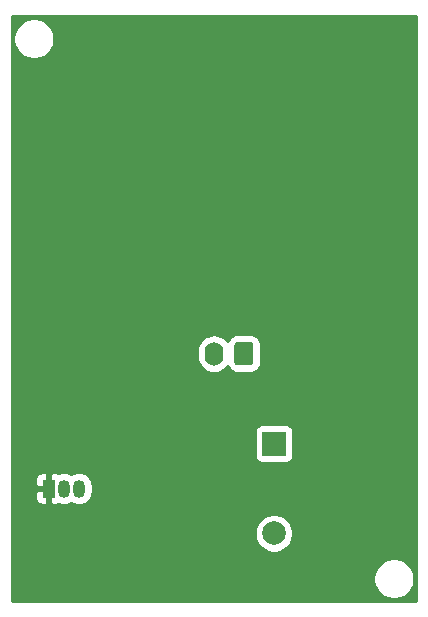
<source format=gbr>
%TF.GenerationSoftware,KiCad,Pcbnew,(5.1.7)-1*%
%TF.CreationDate,2020-12-06T23:53:20-03:00*%
%TF.ProjectId,PrimerProyecto,5072696d-6572-4507-926f-796563746f2e,rev?*%
%TF.SameCoordinates,Original*%
%TF.FileFunction,Copper,L2,Bot*%
%TF.FilePolarity,Positive*%
%FSLAX46Y46*%
G04 Gerber Fmt 4.6, Leading zero omitted, Abs format (unit mm)*
G04 Created by KiCad (PCBNEW (5.1.7)-1) date 2020-12-06 23:53:20*
%MOMM*%
%LPD*%
G01*
G04 APERTURE LIST*
%TA.AperFunction,ComponentPad*%
%ADD10O,1.050000X1.500000*%
%TD*%
%TA.AperFunction,ComponentPad*%
%ADD11R,1.050000X1.500000*%
%TD*%
%TA.AperFunction,ComponentPad*%
%ADD12R,2.000000X2.000000*%
%TD*%
%TA.AperFunction,ComponentPad*%
%ADD13C,2.000000*%
%TD*%
%TA.AperFunction,ComponentPad*%
%ADD14O,1.600000X2.000000*%
%TD*%
%TA.AperFunction,Conductor*%
%ADD15C,0.254000*%
%TD*%
%TA.AperFunction,Conductor*%
%ADD16C,0.100000*%
%TD*%
G04 APERTURE END LIST*
D10*
%TO.P,Q2,2*%
%TO.N,Net-(Q1-Pad2)*%
X115570000Y-100330000D03*
%TO.P,Q2,3*%
%TO.N,Net-(BZ1-Pad2)*%
X116840000Y-100330000D03*
D11*
%TO.P,Q2,1*%
%TO.N,Net-(BT1-Pad2)*%
X114300000Y-100330000D03*
%TD*%
D12*
%TO.P,BZ1,1*%
%TO.N,Net-(BT1-Pad1)*%
X133350000Y-96520000D03*
D13*
%TO.P,BZ1,2*%
%TO.N,Net-(BZ1-Pad2)*%
X133350000Y-104120000D03*
%TD*%
D14*
%TO.P,Q1,2*%
%TO.N,Net-(Q1-Pad2)*%
X128270000Y-88900000D03*
%TO.P,Q1,1*%
%TO.N,Net-(BT1-Pad1)*%
%TA.AperFunction,ComponentPad*%
G36*
G01*
X130259600Y-87900000D02*
X131360400Y-87900000D01*
G75*
G02*
X131610000Y-88149600I0J-249600D01*
G01*
X131610000Y-89650400D01*
G75*
G02*
X131360400Y-89900000I-249600J0D01*
G01*
X130259600Y-89900000D01*
G75*
G02*
X130010000Y-89650400I0J249600D01*
G01*
X130010000Y-88149600D01*
G75*
G02*
X130259600Y-87900000I249600J0D01*
G01*
G37*
%TD.AperFunction*%
%TD*%
D15*
%TO.N,Net-(BT1-Pad2)*%
X145390001Y-109830000D02*
X111150000Y-109830000D01*
X111150000Y-107779117D01*
X141775000Y-107779117D01*
X141775000Y-108120883D01*
X141841675Y-108456081D01*
X141972463Y-108771831D01*
X142162337Y-109055998D01*
X142404002Y-109297663D01*
X142688169Y-109487537D01*
X143003919Y-109618325D01*
X143339117Y-109685000D01*
X143680883Y-109685000D01*
X144016081Y-109618325D01*
X144331831Y-109487537D01*
X144615998Y-109297663D01*
X144857663Y-109055998D01*
X145047537Y-108771831D01*
X145178325Y-108456081D01*
X145245000Y-108120883D01*
X145245000Y-107779117D01*
X145178325Y-107443919D01*
X145047537Y-107128169D01*
X144857663Y-106844002D01*
X144615998Y-106602337D01*
X144331831Y-106412463D01*
X144016081Y-106281675D01*
X143680883Y-106215000D01*
X143339117Y-106215000D01*
X143003919Y-106281675D01*
X142688169Y-106412463D01*
X142404002Y-106602337D01*
X142162337Y-106844002D01*
X141972463Y-107128169D01*
X141841675Y-107443919D01*
X141775000Y-107779117D01*
X111150000Y-107779117D01*
X111150000Y-103958967D01*
X131715000Y-103958967D01*
X131715000Y-104281033D01*
X131777832Y-104596912D01*
X131901082Y-104894463D01*
X132080013Y-105162252D01*
X132307748Y-105389987D01*
X132575537Y-105568918D01*
X132873088Y-105692168D01*
X133188967Y-105755000D01*
X133511033Y-105755000D01*
X133826912Y-105692168D01*
X134124463Y-105568918D01*
X134392252Y-105389987D01*
X134619987Y-105162252D01*
X134798918Y-104894463D01*
X134922168Y-104596912D01*
X134985000Y-104281033D01*
X134985000Y-103958967D01*
X134922168Y-103643088D01*
X134798918Y-103345537D01*
X134619987Y-103077748D01*
X134392252Y-102850013D01*
X134124463Y-102671082D01*
X133826912Y-102547832D01*
X133511033Y-102485000D01*
X133188967Y-102485000D01*
X132873088Y-102547832D01*
X132575537Y-102671082D01*
X132307748Y-102850013D01*
X132080013Y-103077748D01*
X131901082Y-103345537D01*
X131777832Y-103643088D01*
X131715000Y-103958967D01*
X111150000Y-103958967D01*
X111150000Y-101080000D01*
X113136928Y-101080000D01*
X113149188Y-101204482D01*
X113185498Y-101324180D01*
X113244463Y-101434494D01*
X113323815Y-101531185D01*
X113420506Y-101610537D01*
X113530820Y-101669502D01*
X113650518Y-101705812D01*
X113775000Y-101718072D01*
X114014250Y-101715000D01*
X114173000Y-101556250D01*
X114173000Y-100457000D01*
X113298750Y-100457000D01*
X113140000Y-100615750D01*
X113136928Y-101080000D01*
X111150000Y-101080000D01*
X111150000Y-99580000D01*
X113136928Y-99580000D01*
X113140000Y-100044250D01*
X113298750Y-100203000D01*
X114173000Y-100203000D01*
X114173000Y-100048022D01*
X114410000Y-100048022D01*
X114410000Y-100611979D01*
X114426785Y-100782400D01*
X114427000Y-100783109D01*
X114427000Y-101556250D01*
X114585750Y-101715000D01*
X114825000Y-101718072D01*
X114949482Y-101705812D01*
X115069180Y-101669502D01*
X115133902Y-101634907D01*
X115342601Y-101698215D01*
X115570000Y-101720612D01*
X115797400Y-101698215D01*
X116016060Y-101631885D01*
X116205000Y-101530894D01*
X116393941Y-101631885D01*
X116612601Y-101698215D01*
X116840000Y-101720612D01*
X117067400Y-101698215D01*
X117286060Y-101631885D01*
X117487579Y-101524171D01*
X117664212Y-101379212D01*
X117809171Y-101202579D01*
X117916885Y-101001059D01*
X117983215Y-100782399D01*
X118000000Y-100611978D01*
X118000000Y-100048021D01*
X117983215Y-99877600D01*
X117916885Y-99658940D01*
X117809171Y-99457421D01*
X117664212Y-99280788D01*
X117487578Y-99135829D01*
X117286059Y-99028115D01*
X117067399Y-98961785D01*
X116840000Y-98939388D01*
X116612600Y-98961785D01*
X116393940Y-99028115D01*
X116205000Y-99129106D01*
X116016059Y-99028115D01*
X115797399Y-98961785D01*
X115570000Y-98939388D01*
X115342600Y-98961785D01*
X115133902Y-99025093D01*
X115069180Y-98990498D01*
X114949482Y-98954188D01*
X114825000Y-98941928D01*
X114585750Y-98945000D01*
X114427000Y-99103750D01*
X114427000Y-99876892D01*
X114426785Y-99877601D01*
X114410000Y-100048022D01*
X114173000Y-100048022D01*
X114173000Y-99103750D01*
X114014250Y-98945000D01*
X113775000Y-98941928D01*
X113650518Y-98954188D01*
X113530820Y-98990498D01*
X113420506Y-99049463D01*
X113323815Y-99128815D01*
X113244463Y-99225506D01*
X113185498Y-99335820D01*
X113149188Y-99455518D01*
X113136928Y-99580000D01*
X111150000Y-99580000D01*
X111150000Y-95520000D01*
X131711928Y-95520000D01*
X131711928Y-97520000D01*
X131724188Y-97644482D01*
X131760498Y-97764180D01*
X131819463Y-97874494D01*
X131898815Y-97971185D01*
X131995506Y-98050537D01*
X132105820Y-98109502D01*
X132225518Y-98145812D01*
X132350000Y-98158072D01*
X134350000Y-98158072D01*
X134474482Y-98145812D01*
X134594180Y-98109502D01*
X134704494Y-98050537D01*
X134801185Y-97971185D01*
X134880537Y-97874494D01*
X134939502Y-97764180D01*
X134975812Y-97644482D01*
X134988072Y-97520000D01*
X134988072Y-95520000D01*
X134975812Y-95395518D01*
X134939502Y-95275820D01*
X134880537Y-95165506D01*
X134801185Y-95068815D01*
X134704494Y-94989463D01*
X134594180Y-94930498D01*
X134474482Y-94894188D01*
X134350000Y-94881928D01*
X132350000Y-94881928D01*
X132225518Y-94894188D01*
X132105820Y-94930498D01*
X131995506Y-94989463D01*
X131898815Y-95068815D01*
X131819463Y-95165506D01*
X131760498Y-95275820D01*
X131724188Y-95395518D01*
X131711928Y-95520000D01*
X111150000Y-95520000D01*
X111150000Y-88629508D01*
X126835000Y-88629508D01*
X126835000Y-89170491D01*
X126855764Y-89381308D01*
X126937818Y-89651807D01*
X127071068Y-89901100D01*
X127250392Y-90119607D01*
X127468899Y-90298932D01*
X127718192Y-90432182D01*
X127988691Y-90514236D01*
X128270000Y-90541943D01*
X128551308Y-90514236D01*
X128821807Y-90432182D01*
X129071100Y-90298932D01*
X129289607Y-90119608D01*
X129427730Y-89951305D01*
X129439498Y-89990097D01*
X129521528Y-90143564D01*
X129631921Y-90278079D01*
X129766436Y-90388472D01*
X129919903Y-90470502D01*
X130086424Y-90521016D01*
X130259600Y-90538072D01*
X131360400Y-90538072D01*
X131533576Y-90521016D01*
X131700097Y-90470502D01*
X131853564Y-90388472D01*
X131988079Y-90278079D01*
X132098472Y-90143564D01*
X132180502Y-89990097D01*
X132231016Y-89823576D01*
X132248072Y-89650400D01*
X132248072Y-88149600D01*
X132231016Y-87976424D01*
X132180502Y-87809903D01*
X132098472Y-87656436D01*
X131988079Y-87521921D01*
X131853564Y-87411528D01*
X131700097Y-87329498D01*
X131533576Y-87278984D01*
X131360400Y-87261928D01*
X130259600Y-87261928D01*
X130086424Y-87278984D01*
X129919903Y-87329498D01*
X129766436Y-87411528D01*
X129631921Y-87521921D01*
X129521528Y-87656436D01*
X129439498Y-87809903D01*
X129427731Y-87848695D01*
X129289608Y-87680392D01*
X129071101Y-87501068D01*
X128821808Y-87367818D01*
X128551309Y-87285764D01*
X128270000Y-87258057D01*
X127988692Y-87285764D01*
X127718193Y-87367818D01*
X127468900Y-87501068D01*
X127250393Y-87680392D01*
X127071068Y-87898899D01*
X126937818Y-88148192D01*
X126855764Y-88418691D01*
X126835000Y-88629508D01*
X111150000Y-88629508D01*
X111150000Y-62059117D01*
X111295000Y-62059117D01*
X111295000Y-62400883D01*
X111361675Y-62736081D01*
X111492463Y-63051831D01*
X111682337Y-63335998D01*
X111924002Y-63577663D01*
X112208169Y-63767537D01*
X112523919Y-63898325D01*
X112859117Y-63965000D01*
X113200883Y-63965000D01*
X113536081Y-63898325D01*
X113851831Y-63767537D01*
X114135998Y-63577663D01*
X114377663Y-63335998D01*
X114567537Y-63051831D01*
X114698325Y-62736081D01*
X114765000Y-62400883D01*
X114765000Y-62059117D01*
X114698325Y-61723919D01*
X114567537Y-61408169D01*
X114377663Y-61124002D01*
X114135998Y-60882337D01*
X113851831Y-60692463D01*
X113536081Y-60561675D01*
X113200883Y-60495000D01*
X112859117Y-60495000D01*
X112523919Y-60561675D01*
X112208169Y-60692463D01*
X111924002Y-60882337D01*
X111682337Y-61124002D01*
X111492463Y-61408169D01*
X111361675Y-61723919D01*
X111295000Y-62059117D01*
X111150000Y-62059117D01*
X111150000Y-60350000D01*
X145390000Y-60350000D01*
X145390001Y-109830000D01*
%TA.AperFunction,Conductor*%
D16*
G36*
X145390001Y-109830000D02*
G01*
X111150000Y-109830000D01*
X111150000Y-107779117D01*
X141775000Y-107779117D01*
X141775000Y-108120883D01*
X141841675Y-108456081D01*
X141972463Y-108771831D01*
X142162337Y-109055998D01*
X142404002Y-109297663D01*
X142688169Y-109487537D01*
X143003919Y-109618325D01*
X143339117Y-109685000D01*
X143680883Y-109685000D01*
X144016081Y-109618325D01*
X144331831Y-109487537D01*
X144615998Y-109297663D01*
X144857663Y-109055998D01*
X145047537Y-108771831D01*
X145178325Y-108456081D01*
X145245000Y-108120883D01*
X145245000Y-107779117D01*
X145178325Y-107443919D01*
X145047537Y-107128169D01*
X144857663Y-106844002D01*
X144615998Y-106602337D01*
X144331831Y-106412463D01*
X144016081Y-106281675D01*
X143680883Y-106215000D01*
X143339117Y-106215000D01*
X143003919Y-106281675D01*
X142688169Y-106412463D01*
X142404002Y-106602337D01*
X142162337Y-106844002D01*
X141972463Y-107128169D01*
X141841675Y-107443919D01*
X141775000Y-107779117D01*
X111150000Y-107779117D01*
X111150000Y-103958967D01*
X131715000Y-103958967D01*
X131715000Y-104281033D01*
X131777832Y-104596912D01*
X131901082Y-104894463D01*
X132080013Y-105162252D01*
X132307748Y-105389987D01*
X132575537Y-105568918D01*
X132873088Y-105692168D01*
X133188967Y-105755000D01*
X133511033Y-105755000D01*
X133826912Y-105692168D01*
X134124463Y-105568918D01*
X134392252Y-105389987D01*
X134619987Y-105162252D01*
X134798918Y-104894463D01*
X134922168Y-104596912D01*
X134985000Y-104281033D01*
X134985000Y-103958967D01*
X134922168Y-103643088D01*
X134798918Y-103345537D01*
X134619987Y-103077748D01*
X134392252Y-102850013D01*
X134124463Y-102671082D01*
X133826912Y-102547832D01*
X133511033Y-102485000D01*
X133188967Y-102485000D01*
X132873088Y-102547832D01*
X132575537Y-102671082D01*
X132307748Y-102850013D01*
X132080013Y-103077748D01*
X131901082Y-103345537D01*
X131777832Y-103643088D01*
X131715000Y-103958967D01*
X111150000Y-103958967D01*
X111150000Y-101080000D01*
X113136928Y-101080000D01*
X113149188Y-101204482D01*
X113185498Y-101324180D01*
X113244463Y-101434494D01*
X113323815Y-101531185D01*
X113420506Y-101610537D01*
X113530820Y-101669502D01*
X113650518Y-101705812D01*
X113775000Y-101718072D01*
X114014250Y-101715000D01*
X114173000Y-101556250D01*
X114173000Y-100457000D01*
X113298750Y-100457000D01*
X113140000Y-100615750D01*
X113136928Y-101080000D01*
X111150000Y-101080000D01*
X111150000Y-99580000D01*
X113136928Y-99580000D01*
X113140000Y-100044250D01*
X113298750Y-100203000D01*
X114173000Y-100203000D01*
X114173000Y-100048022D01*
X114410000Y-100048022D01*
X114410000Y-100611979D01*
X114426785Y-100782400D01*
X114427000Y-100783109D01*
X114427000Y-101556250D01*
X114585750Y-101715000D01*
X114825000Y-101718072D01*
X114949482Y-101705812D01*
X115069180Y-101669502D01*
X115133902Y-101634907D01*
X115342601Y-101698215D01*
X115570000Y-101720612D01*
X115797400Y-101698215D01*
X116016060Y-101631885D01*
X116205000Y-101530894D01*
X116393941Y-101631885D01*
X116612601Y-101698215D01*
X116840000Y-101720612D01*
X117067400Y-101698215D01*
X117286060Y-101631885D01*
X117487579Y-101524171D01*
X117664212Y-101379212D01*
X117809171Y-101202579D01*
X117916885Y-101001059D01*
X117983215Y-100782399D01*
X118000000Y-100611978D01*
X118000000Y-100048021D01*
X117983215Y-99877600D01*
X117916885Y-99658940D01*
X117809171Y-99457421D01*
X117664212Y-99280788D01*
X117487578Y-99135829D01*
X117286059Y-99028115D01*
X117067399Y-98961785D01*
X116840000Y-98939388D01*
X116612600Y-98961785D01*
X116393940Y-99028115D01*
X116205000Y-99129106D01*
X116016059Y-99028115D01*
X115797399Y-98961785D01*
X115570000Y-98939388D01*
X115342600Y-98961785D01*
X115133902Y-99025093D01*
X115069180Y-98990498D01*
X114949482Y-98954188D01*
X114825000Y-98941928D01*
X114585750Y-98945000D01*
X114427000Y-99103750D01*
X114427000Y-99876892D01*
X114426785Y-99877601D01*
X114410000Y-100048022D01*
X114173000Y-100048022D01*
X114173000Y-99103750D01*
X114014250Y-98945000D01*
X113775000Y-98941928D01*
X113650518Y-98954188D01*
X113530820Y-98990498D01*
X113420506Y-99049463D01*
X113323815Y-99128815D01*
X113244463Y-99225506D01*
X113185498Y-99335820D01*
X113149188Y-99455518D01*
X113136928Y-99580000D01*
X111150000Y-99580000D01*
X111150000Y-95520000D01*
X131711928Y-95520000D01*
X131711928Y-97520000D01*
X131724188Y-97644482D01*
X131760498Y-97764180D01*
X131819463Y-97874494D01*
X131898815Y-97971185D01*
X131995506Y-98050537D01*
X132105820Y-98109502D01*
X132225518Y-98145812D01*
X132350000Y-98158072D01*
X134350000Y-98158072D01*
X134474482Y-98145812D01*
X134594180Y-98109502D01*
X134704494Y-98050537D01*
X134801185Y-97971185D01*
X134880537Y-97874494D01*
X134939502Y-97764180D01*
X134975812Y-97644482D01*
X134988072Y-97520000D01*
X134988072Y-95520000D01*
X134975812Y-95395518D01*
X134939502Y-95275820D01*
X134880537Y-95165506D01*
X134801185Y-95068815D01*
X134704494Y-94989463D01*
X134594180Y-94930498D01*
X134474482Y-94894188D01*
X134350000Y-94881928D01*
X132350000Y-94881928D01*
X132225518Y-94894188D01*
X132105820Y-94930498D01*
X131995506Y-94989463D01*
X131898815Y-95068815D01*
X131819463Y-95165506D01*
X131760498Y-95275820D01*
X131724188Y-95395518D01*
X131711928Y-95520000D01*
X111150000Y-95520000D01*
X111150000Y-88629508D01*
X126835000Y-88629508D01*
X126835000Y-89170491D01*
X126855764Y-89381308D01*
X126937818Y-89651807D01*
X127071068Y-89901100D01*
X127250392Y-90119607D01*
X127468899Y-90298932D01*
X127718192Y-90432182D01*
X127988691Y-90514236D01*
X128270000Y-90541943D01*
X128551308Y-90514236D01*
X128821807Y-90432182D01*
X129071100Y-90298932D01*
X129289607Y-90119608D01*
X129427730Y-89951305D01*
X129439498Y-89990097D01*
X129521528Y-90143564D01*
X129631921Y-90278079D01*
X129766436Y-90388472D01*
X129919903Y-90470502D01*
X130086424Y-90521016D01*
X130259600Y-90538072D01*
X131360400Y-90538072D01*
X131533576Y-90521016D01*
X131700097Y-90470502D01*
X131853564Y-90388472D01*
X131988079Y-90278079D01*
X132098472Y-90143564D01*
X132180502Y-89990097D01*
X132231016Y-89823576D01*
X132248072Y-89650400D01*
X132248072Y-88149600D01*
X132231016Y-87976424D01*
X132180502Y-87809903D01*
X132098472Y-87656436D01*
X131988079Y-87521921D01*
X131853564Y-87411528D01*
X131700097Y-87329498D01*
X131533576Y-87278984D01*
X131360400Y-87261928D01*
X130259600Y-87261928D01*
X130086424Y-87278984D01*
X129919903Y-87329498D01*
X129766436Y-87411528D01*
X129631921Y-87521921D01*
X129521528Y-87656436D01*
X129439498Y-87809903D01*
X129427731Y-87848695D01*
X129289608Y-87680392D01*
X129071101Y-87501068D01*
X128821808Y-87367818D01*
X128551309Y-87285764D01*
X128270000Y-87258057D01*
X127988692Y-87285764D01*
X127718193Y-87367818D01*
X127468900Y-87501068D01*
X127250393Y-87680392D01*
X127071068Y-87898899D01*
X126937818Y-88148192D01*
X126855764Y-88418691D01*
X126835000Y-88629508D01*
X111150000Y-88629508D01*
X111150000Y-62059117D01*
X111295000Y-62059117D01*
X111295000Y-62400883D01*
X111361675Y-62736081D01*
X111492463Y-63051831D01*
X111682337Y-63335998D01*
X111924002Y-63577663D01*
X112208169Y-63767537D01*
X112523919Y-63898325D01*
X112859117Y-63965000D01*
X113200883Y-63965000D01*
X113536081Y-63898325D01*
X113851831Y-63767537D01*
X114135998Y-63577663D01*
X114377663Y-63335998D01*
X114567537Y-63051831D01*
X114698325Y-62736081D01*
X114765000Y-62400883D01*
X114765000Y-62059117D01*
X114698325Y-61723919D01*
X114567537Y-61408169D01*
X114377663Y-61124002D01*
X114135998Y-60882337D01*
X113851831Y-60692463D01*
X113536081Y-60561675D01*
X113200883Y-60495000D01*
X112859117Y-60495000D01*
X112523919Y-60561675D01*
X112208169Y-60692463D01*
X111924002Y-60882337D01*
X111682337Y-61124002D01*
X111492463Y-61408169D01*
X111361675Y-61723919D01*
X111295000Y-62059117D01*
X111150000Y-62059117D01*
X111150000Y-60350000D01*
X145390000Y-60350000D01*
X145390001Y-109830000D01*
G37*
%TD.AperFunction*%
%TD*%
D15*
%TO.N,Net-(BT1-Pad2)*%
X145390001Y-109830000D02*
X111150000Y-109830000D01*
X111150000Y-107779117D01*
X141775000Y-107779117D01*
X141775000Y-108120883D01*
X141841675Y-108456081D01*
X141972463Y-108771831D01*
X142162337Y-109055998D01*
X142404002Y-109297663D01*
X142688169Y-109487537D01*
X143003919Y-109618325D01*
X143339117Y-109685000D01*
X143680883Y-109685000D01*
X144016081Y-109618325D01*
X144331831Y-109487537D01*
X144615998Y-109297663D01*
X144857663Y-109055998D01*
X145047537Y-108771831D01*
X145178325Y-108456081D01*
X145245000Y-108120883D01*
X145245000Y-107779117D01*
X145178325Y-107443919D01*
X145047537Y-107128169D01*
X144857663Y-106844002D01*
X144615998Y-106602337D01*
X144331831Y-106412463D01*
X144016081Y-106281675D01*
X143680883Y-106215000D01*
X143339117Y-106215000D01*
X143003919Y-106281675D01*
X142688169Y-106412463D01*
X142404002Y-106602337D01*
X142162337Y-106844002D01*
X141972463Y-107128169D01*
X141841675Y-107443919D01*
X141775000Y-107779117D01*
X111150000Y-107779117D01*
X111150000Y-103958967D01*
X131715000Y-103958967D01*
X131715000Y-104281033D01*
X131777832Y-104596912D01*
X131901082Y-104894463D01*
X132080013Y-105162252D01*
X132307748Y-105389987D01*
X132575537Y-105568918D01*
X132873088Y-105692168D01*
X133188967Y-105755000D01*
X133511033Y-105755000D01*
X133826912Y-105692168D01*
X134124463Y-105568918D01*
X134392252Y-105389987D01*
X134619987Y-105162252D01*
X134798918Y-104894463D01*
X134922168Y-104596912D01*
X134985000Y-104281033D01*
X134985000Y-103958967D01*
X134922168Y-103643088D01*
X134798918Y-103345537D01*
X134619987Y-103077748D01*
X134392252Y-102850013D01*
X134124463Y-102671082D01*
X133826912Y-102547832D01*
X133511033Y-102485000D01*
X133188967Y-102485000D01*
X132873088Y-102547832D01*
X132575537Y-102671082D01*
X132307748Y-102850013D01*
X132080013Y-103077748D01*
X131901082Y-103345537D01*
X131777832Y-103643088D01*
X131715000Y-103958967D01*
X111150000Y-103958967D01*
X111150000Y-101080000D01*
X113136928Y-101080000D01*
X113149188Y-101204482D01*
X113185498Y-101324180D01*
X113244463Y-101434494D01*
X113323815Y-101531185D01*
X113420506Y-101610537D01*
X113530820Y-101669502D01*
X113650518Y-101705812D01*
X113775000Y-101718072D01*
X114014250Y-101715000D01*
X114173000Y-101556250D01*
X114173000Y-100457000D01*
X113298750Y-100457000D01*
X113140000Y-100615750D01*
X113136928Y-101080000D01*
X111150000Y-101080000D01*
X111150000Y-99580000D01*
X113136928Y-99580000D01*
X113140000Y-100044250D01*
X113298750Y-100203000D01*
X114173000Y-100203000D01*
X114173000Y-100048022D01*
X114410000Y-100048022D01*
X114410000Y-100611979D01*
X114426785Y-100782400D01*
X114427000Y-100783109D01*
X114427000Y-101556250D01*
X114585750Y-101715000D01*
X114825000Y-101718072D01*
X114949482Y-101705812D01*
X115069180Y-101669502D01*
X115133902Y-101634907D01*
X115342601Y-101698215D01*
X115570000Y-101720612D01*
X115797400Y-101698215D01*
X116016060Y-101631885D01*
X116205000Y-101530894D01*
X116393941Y-101631885D01*
X116612601Y-101698215D01*
X116840000Y-101720612D01*
X117067400Y-101698215D01*
X117286060Y-101631885D01*
X117487579Y-101524171D01*
X117664212Y-101379212D01*
X117809171Y-101202579D01*
X117916885Y-101001059D01*
X117983215Y-100782399D01*
X118000000Y-100611978D01*
X118000000Y-100048021D01*
X117983215Y-99877600D01*
X117916885Y-99658940D01*
X117809171Y-99457421D01*
X117664212Y-99280788D01*
X117487578Y-99135829D01*
X117286059Y-99028115D01*
X117067399Y-98961785D01*
X116840000Y-98939388D01*
X116612600Y-98961785D01*
X116393940Y-99028115D01*
X116205000Y-99129106D01*
X116016059Y-99028115D01*
X115797399Y-98961785D01*
X115570000Y-98939388D01*
X115342600Y-98961785D01*
X115133902Y-99025093D01*
X115069180Y-98990498D01*
X114949482Y-98954188D01*
X114825000Y-98941928D01*
X114585750Y-98945000D01*
X114427000Y-99103750D01*
X114427000Y-99876892D01*
X114426785Y-99877601D01*
X114410000Y-100048022D01*
X114173000Y-100048022D01*
X114173000Y-99103750D01*
X114014250Y-98945000D01*
X113775000Y-98941928D01*
X113650518Y-98954188D01*
X113530820Y-98990498D01*
X113420506Y-99049463D01*
X113323815Y-99128815D01*
X113244463Y-99225506D01*
X113185498Y-99335820D01*
X113149188Y-99455518D01*
X113136928Y-99580000D01*
X111150000Y-99580000D01*
X111150000Y-95520000D01*
X131711928Y-95520000D01*
X131711928Y-97520000D01*
X131724188Y-97644482D01*
X131760498Y-97764180D01*
X131819463Y-97874494D01*
X131898815Y-97971185D01*
X131995506Y-98050537D01*
X132105820Y-98109502D01*
X132225518Y-98145812D01*
X132350000Y-98158072D01*
X134350000Y-98158072D01*
X134474482Y-98145812D01*
X134594180Y-98109502D01*
X134704494Y-98050537D01*
X134801185Y-97971185D01*
X134880537Y-97874494D01*
X134939502Y-97764180D01*
X134975812Y-97644482D01*
X134988072Y-97520000D01*
X134988072Y-95520000D01*
X134975812Y-95395518D01*
X134939502Y-95275820D01*
X134880537Y-95165506D01*
X134801185Y-95068815D01*
X134704494Y-94989463D01*
X134594180Y-94930498D01*
X134474482Y-94894188D01*
X134350000Y-94881928D01*
X132350000Y-94881928D01*
X132225518Y-94894188D01*
X132105820Y-94930498D01*
X131995506Y-94989463D01*
X131898815Y-95068815D01*
X131819463Y-95165506D01*
X131760498Y-95275820D01*
X131724188Y-95395518D01*
X131711928Y-95520000D01*
X111150000Y-95520000D01*
X111150000Y-88629508D01*
X126835000Y-88629508D01*
X126835000Y-89170491D01*
X126855764Y-89381308D01*
X126937818Y-89651807D01*
X127071068Y-89901100D01*
X127250392Y-90119607D01*
X127468899Y-90298932D01*
X127718192Y-90432182D01*
X127988691Y-90514236D01*
X128270000Y-90541943D01*
X128551308Y-90514236D01*
X128821807Y-90432182D01*
X129071100Y-90298932D01*
X129289607Y-90119608D01*
X129427730Y-89951305D01*
X129439498Y-89990097D01*
X129521528Y-90143564D01*
X129631921Y-90278079D01*
X129766436Y-90388472D01*
X129919903Y-90470502D01*
X130086424Y-90521016D01*
X130259600Y-90538072D01*
X131360400Y-90538072D01*
X131533576Y-90521016D01*
X131700097Y-90470502D01*
X131853564Y-90388472D01*
X131988079Y-90278079D01*
X132098472Y-90143564D01*
X132180502Y-89990097D01*
X132231016Y-89823576D01*
X132248072Y-89650400D01*
X132248072Y-88149600D01*
X132231016Y-87976424D01*
X132180502Y-87809903D01*
X132098472Y-87656436D01*
X131988079Y-87521921D01*
X131853564Y-87411528D01*
X131700097Y-87329498D01*
X131533576Y-87278984D01*
X131360400Y-87261928D01*
X130259600Y-87261928D01*
X130086424Y-87278984D01*
X129919903Y-87329498D01*
X129766436Y-87411528D01*
X129631921Y-87521921D01*
X129521528Y-87656436D01*
X129439498Y-87809903D01*
X129427731Y-87848695D01*
X129289608Y-87680392D01*
X129071101Y-87501068D01*
X128821808Y-87367818D01*
X128551309Y-87285764D01*
X128270000Y-87258057D01*
X127988692Y-87285764D01*
X127718193Y-87367818D01*
X127468900Y-87501068D01*
X127250393Y-87680392D01*
X127071068Y-87898899D01*
X126937818Y-88148192D01*
X126855764Y-88418691D01*
X126835000Y-88629508D01*
X111150000Y-88629508D01*
X111150000Y-62059117D01*
X111295000Y-62059117D01*
X111295000Y-62400883D01*
X111361675Y-62736081D01*
X111492463Y-63051831D01*
X111682337Y-63335998D01*
X111924002Y-63577663D01*
X112208169Y-63767537D01*
X112523919Y-63898325D01*
X112859117Y-63965000D01*
X113200883Y-63965000D01*
X113536081Y-63898325D01*
X113851831Y-63767537D01*
X114135998Y-63577663D01*
X114377663Y-63335998D01*
X114567537Y-63051831D01*
X114698325Y-62736081D01*
X114765000Y-62400883D01*
X114765000Y-62059117D01*
X114698325Y-61723919D01*
X114567537Y-61408169D01*
X114377663Y-61124002D01*
X114135998Y-60882337D01*
X113851831Y-60692463D01*
X113536081Y-60561675D01*
X113200883Y-60495000D01*
X112859117Y-60495000D01*
X112523919Y-60561675D01*
X112208169Y-60692463D01*
X111924002Y-60882337D01*
X111682337Y-61124002D01*
X111492463Y-61408169D01*
X111361675Y-61723919D01*
X111295000Y-62059117D01*
X111150000Y-62059117D01*
X111150000Y-60350000D01*
X145390000Y-60350000D01*
X145390001Y-109830000D01*
%TA.AperFunction,Conductor*%
D16*
G36*
X145390001Y-109830000D02*
G01*
X111150000Y-109830000D01*
X111150000Y-107779117D01*
X141775000Y-107779117D01*
X141775000Y-108120883D01*
X141841675Y-108456081D01*
X141972463Y-108771831D01*
X142162337Y-109055998D01*
X142404002Y-109297663D01*
X142688169Y-109487537D01*
X143003919Y-109618325D01*
X143339117Y-109685000D01*
X143680883Y-109685000D01*
X144016081Y-109618325D01*
X144331831Y-109487537D01*
X144615998Y-109297663D01*
X144857663Y-109055998D01*
X145047537Y-108771831D01*
X145178325Y-108456081D01*
X145245000Y-108120883D01*
X145245000Y-107779117D01*
X145178325Y-107443919D01*
X145047537Y-107128169D01*
X144857663Y-106844002D01*
X144615998Y-106602337D01*
X144331831Y-106412463D01*
X144016081Y-106281675D01*
X143680883Y-106215000D01*
X143339117Y-106215000D01*
X143003919Y-106281675D01*
X142688169Y-106412463D01*
X142404002Y-106602337D01*
X142162337Y-106844002D01*
X141972463Y-107128169D01*
X141841675Y-107443919D01*
X141775000Y-107779117D01*
X111150000Y-107779117D01*
X111150000Y-103958967D01*
X131715000Y-103958967D01*
X131715000Y-104281033D01*
X131777832Y-104596912D01*
X131901082Y-104894463D01*
X132080013Y-105162252D01*
X132307748Y-105389987D01*
X132575537Y-105568918D01*
X132873088Y-105692168D01*
X133188967Y-105755000D01*
X133511033Y-105755000D01*
X133826912Y-105692168D01*
X134124463Y-105568918D01*
X134392252Y-105389987D01*
X134619987Y-105162252D01*
X134798918Y-104894463D01*
X134922168Y-104596912D01*
X134985000Y-104281033D01*
X134985000Y-103958967D01*
X134922168Y-103643088D01*
X134798918Y-103345537D01*
X134619987Y-103077748D01*
X134392252Y-102850013D01*
X134124463Y-102671082D01*
X133826912Y-102547832D01*
X133511033Y-102485000D01*
X133188967Y-102485000D01*
X132873088Y-102547832D01*
X132575537Y-102671082D01*
X132307748Y-102850013D01*
X132080013Y-103077748D01*
X131901082Y-103345537D01*
X131777832Y-103643088D01*
X131715000Y-103958967D01*
X111150000Y-103958967D01*
X111150000Y-101080000D01*
X113136928Y-101080000D01*
X113149188Y-101204482D01*
X113185498Y-101324180D01*
X113244463Y-101434494D01*
X113323815Y-101531185D01*
X113420506Y-101610537D01*
X113530820Y-101669502D01*
X113650518Y-101705812D01*
X113775000Y-101718072D01*
X114014250Y-101715000D01*
X114173000Y-101556250D01*
X114173000Y-100457000D01*
X113298750Y-100457000D01*
X113140000Y-100615750D01*
X113136928Y-101080000D01*
X111150000Y-101080000D01*
X111150000Y-99580000D01*
X113136928Y-99580000D01*
X113140000Y-100044250D01*
X113298750Y-100203000D01*
X114173000Y-100203000D01*
X114173000Y-100048022D01*
X114410000Y-100048022D01*
X114410000Y-100611979D01*
X114426785Y-100782400D01*
X114427000Y-100783109D01*
X114427000Y-101556250D01*
X114585750Y-101715000D01*
X114825000Y-101718072D01*
X114949482Y-101705812D01*
X115069180Y-101669502D01*
X115133902Y-101634907D01*
X115342601Y-101698215D01*
X115570000Y-101720612D01*
X115797400Y-101698215D01*
X116016060Y-101631885D01*
X116205000Y-101530894D01*
X116393941Y-101631885D01*
X116612601Y-101698215D01*
X116840000Y-101720612D01*
X117067400Y-101698215D01*
X117286060Y-101631885D01*
X117487579Y-101524171D01*
X117664212Y-101379212D01*
X117809171Y-101202579D01*
X117916885Y-101001059D01*
X117983215Y-100782399D01*
X118000000Y-100611978D01*
X118000000Y-100048021D01*
X117983215Y-99877600D01*
X117916885Y-99658940D01*
X117809171Y-99457421D01*
X117664212Y-99280788D01*
X117487578Y-99135829D01*
X117286059Y-99028115D01*
X117067399Y-98961785D01*
X116840000Y-98939388D01*
X116612600Y-98961785D01*
X116393940Y-99028115D01*
X116205000Y-99129106D01*
X116016059Y-99028115D01*
X115797399Y-98961785D01*
X115570000Y-98939388D01*
X115342600Y-98961785D01*
X115133902Y-99025093D01*
X115069180Y-98990498D01*
X114949482Y-98954188D01*
X114825000Y-98941928D01*
X114585750Y-98945000D01*
X114427000Y-99103750D01*
X114427000Y-99876892D01*
X114426785Y-99877601D01*
X114410000Y-100048022D01*
X114173000Y-100048022D01*
X114173000Y-99103750D01*
X114014250Y-98945000D01*
X113775000Y-98941928D01*
X113650518Y-98954188D01*
X113530820Y-98990498D01*
X113420506Y-99049463D01*
X113323815Y-99128815D01*
X113244463Y-99225506D01*
X113185498Y-99335820D01*
X113149188Y-99455518D01*
X113136928Y-99580000D01*
X111150000Y-99580000D01*
X111150000Y-95520000D01*
X131711928Y-95520000D01*
X131711928Y-97520000D01*
X131724188Y-97644482D01*
X131760498Y-97764180D01*
X131819463Y-97874494D01*
X131898815Y-97971185D01*
X131995506Y-98050537D01*
X132105820Y-98109502D01*
X132225518Y-98145812D01*
X132350000Y-98158072D01*
X134350000Y-98158072D01*
X134474482Y-98145812D01*
X134594180Y-98109502D01*
X134704494Y-98050537D01*
X134801185Y-97971185D01*
X134880537Y-97874494D01*
X134939502Y-97764180D01*
X134975812Y-97644482D01*
X134988072Y-97520000D01*
X134988072Y-95520000D01*
X134975812Y-95395518D01*
X134939502Y-95275820D01*
X134880537Y-95165506D01*
X134801185Y-95068815D01*
X134704494Y-94989463D01*
X134594180Y-94930498D01*
X134474482Y-94894188D01*
X134350000Y-94881928D01*
X132350000Y-94881928D01*
X132225518Y-94894188D01*
X132105820Y-94930498D01*
X131995506Y-94989463D01*
X131898815Y-95068815D01*
X131819463Y-95165506D01*
X131760498Y-95275820D01*
X131724188Y-95395518D01*
X131711928Y-95520000D01*
X111150000Y-95520000D01*
X111150000Y-88629508D01*
X126835000Y-88629508D01*
X126835000Y-89170491D01*
X126855764Y-89381308D01*
X126937818Y-89651807D01*
X127071068Y-89901100D01*
X127250392Y-90119607D01*
X127468899Y-90298932D01*
X127718192Y-90432182D01*
X127988691Y-90514236D01*
X128270000Y-90541943D01*
X128551308Y-90514236D01*
X128821807Y-90432182D01*
X129071100Y-90298932D01*
X129289607Y-90119608D01*
X129427730Y-89951305D01*
X129439498Y-89990097D01*
X129521528Y-90143564D01*
X129631921Y-90278079D01*
X129766436Y-90388472D01*
X129919903Y-90470502D01*
X130086424Y-90521016D01*
X130259600Y-90538072D01*
X131360400Y-90538072D01*
X131533576Y-90521016D01*
X131700097Y-90470502D01*
X131853564Y-90388472D01*
X131988079Y-90278079D01*
X132098472Y-90143564D01*
X132180502Y-89990097D01*
X132231016Y-89823576D01*
X132248072Y-89650400D01*
X132248072Y-88149600D01*
X132231016Y-87976424D01*
X132180502Y-87809903D01*
X132098472Y-87656436D01*
X131988079Y-87521921D01*
X131853564Y-87411528D01*
X131700097Y-87329498D01*
X131533576Y-87278984D01*
X131360400Y-87261928D01*
X130259600Y-87261928D01*
X130086424Y-87278984D01*
X129919903Y-87329498D01*
X129766436Y-87411528D01*
X129631921Y-87521921D01*
X129521528Y-87656436D01*
X129439498Y-87809903D01*
X129427731Y-87848695D01*
X129289608Y-87680392D01*
X129071101Y-87501068D01*
X128821808Y-87367818D01*
X128551309Y-87285764D01*
X128270000Y-87258057D01*
X127988692Y-87285764D01*
X127718193Y-87367818D01*
X127468900Y-87501068D01*
X127250393Y-87680392D01*
X127071068Y-87898899D01*
X126937818Y-88148192D01*
X126855764Y-88418691D01*
X126835000Y-88629508D01*
X111150000Y-88629508D01*
X111150000Y-62059117D01*
X111295000Y-62059117D01*
X111295000Y-62400883D01*
X111361675Y-62736081D01*
X111492463Y-63051831D01*
X111682337Y-63335998D01*
X111924002Y-63577663D01*
X112208169Y-63767537D01*
X112523919Y-63898325D01*
X112859117Y-63965000D01*
X113200883Y-63965000D01*
X113536081Y-63898325D01*
X113851831Y-63767537D01*
X114135998Y-63577663D01*
X114377663Y-63335998D01*
X114567537Y-63051831D01*
X114698325Y-62736081D01*
X114765000Y-62400883D01*
X114765000Y-62059117D01*
X114698325Y-61723919D01*
X114567537Y-61408169D01*
X114377663Y-61124002D01*
X114135998Y-60882337D01*
X113851831Y-60692463D01*
X113536081Y-60561675D01*
X113200883Y-60495000D01*
X112859117Y-60495000D01*
X112523919Y-60561675D01*
X112208169Y-60692463D01*
X111924002Y-60882337D01*
X111682337Y-61124002D01*
X111492463Y-61408169D01*
X111361675Y-61723919D01*
X111295000Y-62059117D01*
X111150000Y-62059117D01*
X111150000Y-60350000D01*
X145390000Y-60350000D01*
X145390001Y-109830000D01*
G37*
%TD.AperFunction*%
%TD*%
D15*
%TO.N,Net-(BT1-Pad2)*%
X145390001Y-109830000D02*
X111150000Y-109830000D01*
X111150000Y-107779117D01*
X141775000Y-107779117D01*
X141775000Y-108120883D01*
X141841675Y-108456081D01*
X141972463Y-108771831D01*
X142162337Y-109055998D01*
X142404002Y-109297663D01*
X142688169Y-109487537D01*
X143003919Y-109618325D01*
X143339117Y-109685000D01*
X143680883Y-109685000D01*
X144016081Y-109618325D01*
X144331831Y-109487537D01*
X144615998Y-109297663D01*
X144857663Y-109055998D01*
X145047537Y-108771831D01*
X145178325Y-108456081D01*
X145245000Y-108120883D01*
X145245000Y-107779117D01*
X145178325Y-107443919D01*
X145047537Y-107128169D01*
X144857663Y-106844002D01*
X144615998Y-106602337D01*
X144331831Y-106412463D01*
X144016081Y-106281675D01*
X143680883Y-106215000D01*
X143339117Y-106215000D01*
X143003919Y-106281675D01*
X142688169Y-106412463D01*
X142404002Y-106602337D01*
X142162337Y-106844002D01*
X141972463Y-107128169D01*
X141841675Y-107443919D01*
X141775000Y-107779117D01*
X111150000Y-107779117D01*
X111150000Y-103958967D01*
X131715000Y-103958967D01*
X131715000Y-104281033D01*
X131777832Y-104596912D01*
X131901082Y-104894463D01*
X132080013Y-105162252D01*
X132307748Y-105389987D01*
X132575537Y-105568918D01*
X132873088Y-105692168D01*
X133188967Y-105755000D01*
X133511033Y-105755000D01*
X133826912Y-105692168D01*
X134124463Y-105568918D01*
X134392252Y-105389987D01*
X134619987Y-105162252D01*
X134798918Y-104894463D01*
X134922168Y-104596912D01*
X134985000Y-104281033D01*
X134985000Y-103958967D01*
X134922168Y-103643088D01*
X134798918Y-103345537D01*
X134619987Y-103077748D01*
X134392252Y-102850013D01*
X134124463Y-102671082D01*
X133826912Y-102547832D01*
X133511033Y-102485000D01*
X133188967Y-102485000D01*
X132873088Y-102547832D01*
X132575537Y-102671082D01*
X132307748Y-102850013D01*
X132080013Y-103077748D01*
X131901082Y-103345537D01*
X131777832Y-103643088D01*
X131715000Y-103958967D01*
X111150000Y-103958967D01*
X111150000Y-101080000D01*
X113136928Y-101080000D01*
X113149188Y-101204482D01*
X113185498Y-101324180D01*
X113244463Y-101434494D01*
X113323815Y-101531185D01*
X113420506Y-101610537D01*
X113530820Y-101669502D01*
X113650518Y-101705812D01*
X113775000Y-101718072D01*
X114014250Y-101715000D01*
X114173000Y-101556250D01*
X114173000Y-100457000D01*
X113298750Y-100457000D01*
X113140000Y-100615750D01*
X113136928Y-101080000D01*
X111150000Y-101080000D01*
X111150000Y-99580000D01*
X113136928Y-99580000D01*
X113140000Y-100044250D01*
X113298750Y-100203000D01*
X114173000Y-100203000D01*
X114173000Y-100048022D01*
X114410000Y-100048022D01*
X114410000Y-100611979D01*
X114426785Y-100782400D01*
X114427000Y-100783109D01*
X114427000Y-101556250D01*
X114585750Y-101715000D01*
X114825000Y-101718072D01*
X114949482Y-101705812D01*
X115069180Y-101669502D01*
X115133902Y-101634907D01*
X115342601Y-101698215D01*
X115570000Y-101720612D01*
X115797400Y-101698215D01*
X116016060Y-101631885D01*
X116205000Y-101530894D01*
X116393941Y-101631885D01*
X116612601Y-101698215D01*
X116840000Y-101720612D01*
X117067400Y-101698215D01*
X117286060Y-101631885D01*
X117487579Y-101524171D01*
X117664212Y-101379212D01*
X117809171Y-101202579D01*
X117916885Y-101001059D01*
X117983215Y-100782399D01*
X118000000Y-100611978D01*
X118000000Y-100048021D01*
X117983215Y-99877600D01*
X117916885Y-99658940D01*
X117809171Y-99457421D01*
X117664212Y-99280788D01*
X117487578Y-99135829D01*
X117286059Y-99028115D01*
X117067399Y-98961785D01*
X116840000Y-98939388D01*
X116612600Y-98961785D01*
X116393940Y-99028115D01*
X116205000Y-99129106D01*
X116016059Y-99028115D01*
X115797399Y-98961785D01*
X115570000Y-98939388D01*
X115342600Y-98961785D01*
X115133902Y-99025093D01*
X115069180Y-98990498D01*
X114949482Y-98954188D01*
X114825000Y-98941928D01*
X114585750Y-98945000D01*
X114427000Y-99103750D01*
X114427000Y-99876892D01*
X114426785Y-99877601D01*
X114410000Y-100048022D01*
X114173000Y-100048022D01*
X114173000Y-99103750D01*
X114014250Y-98945000D01*
X113775000Y-98941928D01*
X113650518Y-98954188D01*
X113530820Y-98990498D01*
X113420506Y-99049463D01*
X113323815Y-99128815D01*
X113244463Y-99225506D01*
X113185498Y-99335820D01*
X113149188Y-99455518D01*
X113136928Y-99580000D01*
X111150000Y-99580000D01*
X111150000Y-95520000D01*
X131711928Y-95520000D01*
X131711928Y-97520000D01*
X131724188Y-97644482D01*
X131760498Y-97764180D01*
X131819463Y-97874494D01*
X131898815Y-97971185D01*
X131995506Y-98050537D01*
X132105820Y-98109502D01*
X132225518Y-98145812D01*
X132350000Y-98158072D01*
X134350000Y-98158072D01*
X134474482Y-98145812D01*
X134594180Y-98109502D01*
X134704494Y-98050537D01*
X134801185Y-97971185D01*
X134880537Y-97874494D01*
X134939502Y-97764180D01*
X134975812Y-97644482D01*
X134988072Y-97520000D01*
X134988072Y-95520000D01*
X134975812Y-95395518D01*
X134939502Y-95275820D01*
X134880537Y-95165506D01*
X134801185Y-95068815D01*
X134704494Y-94989463D01*
X134594180Y-94930498D01*
X134474482Y-94894188D01*
X134350000Y-94881928D01*
X132350000Y-94881928D01*
X132225518Y-94894188D01*
X132105820Y-94930498D01*
X131995506Y-94989463D01*
X131898815Y-95068815D01*
X131819463Y-95165506D01*
X131760498Y-95275820D01*
X131724188Y-95395518D01*
X131711928Y-95520000D01*
X111150000Y-95520000D01*
X111150000Y-88629508D01*
X126835000Y-88629508D01*
X126835000Y-89170491D01*
X126855764Y-89381308D01*
X126937818Y-89651807D01*
X127071068Y-89901100D01*
X127250392Y-90119607D01*
X127468899Y-90298932D01*
X127718192Y-90432182D01*
X127988691Y-90514236D01*
X128270000Y-90541943D01*
X128551308Y-90514236D01*
X128821807Y-90432182D01*
X129071100Y-90298932D01*
X129289607Y-90119608D01*
X129427730Y-89951305D01*
X129439498Y-89990097D01*
X129521528Y-90143564D01*
X129631921Y-90278079D01*
X129766436Y-90388472D01*
X129919903Y-90470502D01*
X130086424Y-90521016D01*
X130259600Y-90538072D01*
X131360400Y-90538072D01*
X131533576Y-90521016D01*
X131700097Y-90470502D01*
X131853564Y-90388472D01*
X131988079Y-90278079D01*
X132098472Y-90143564D01*
X132180502Y-89990097D01*
X132231016Y-89823576D01*
X132248072Y-89650400D01*
X132248072Y-88149600D01*
X132231016Y-87976424D01*
X132180502Y-87809903D01*
X132098472Y-87656436D01*
X131988079Y-87521921D01*
X131853564Y-87411528D01*
X131700097Y-87329498D01*
X131533576Y-87278984D01*
X131360400Y-87261928D01*
X130259600Y-87261928D01*
X130086424Y-87278984D01*
X129919903Y-87329498D01*
X129766436Y-87411528D01*
X129631921Y-87521921D01*
X129521528Y-87656436D01*
X129439498Y-87809903D01*
X129427731Y-87848695D01*
X129289608Y-87680392D01*
X129071101Y-87501068D01*
X128821808Y-87367818D01*
X128551309Y-87285764D01*
X128270000Y-87258057D01*
X127988692Y-87285764D01*
X127718193Y-87367818D01*
X127468900Y-87501068D01*
X127250393Y-87680392D01*
X127071068Y-87898899D01*
X126937818Y-88148192D01*
X126855764Y-88418691D01*
X126835000Y-88629508D01*
X111150000Y-88629508D01*
X111150000Y-62059117D01*
X111295000Y-62059117D01*
X111295000Y-62400883D01*
X111361675Y-62736081D01*
X111492463Y-63051831D01*
X111682337Y-63335998D01*
X111924002Y-63577663D01*
X112208169Y-63767537D01*
X112523919Y-63898325D01*
X112859117Y-63965000D01*
X113200883Y-63965000D01*
X113536081Y-63898325D01*
X113851831Y-63767537D01*
X114135998Y-63577663D01*
X114377663Y-63335998D01*
X114567537Y-63051831D01*
X114698325Y-62736081D01*
X114765000Y-62400883D01*
X114765000Y-62059117D01*
X114698325Y-61723919D01*
X114567537Y-61408169D01*
X114377663Y-61124002D01*
X114135998Y-60882337D01*
X113851831Y-60692463D01*
X113536081Y-60561675D01*
X113200883Y-60495000D01*
X112859117Y-60495000D01*
X112523919Y-60561675D01*
X112208169Y-60692463D01*
X111924002Y-60882337D01*
X111682337Y-61124002D01*
X111492463Y-61408169D01*
X111361675Y-61723919D01*
X111295000Y-62059117D01*
X111150000Y-62059117D01*
X111150000Y-60350000D01*
X145390000Y-60350000D01*
X145390001Y-109830000D01*
%TA.AperFunction,Conductor*%
D16*
G36*
X145390001Y-109830000D02*
G01*
X111150000Y-109830000D01*
X111150000Y-107779117D01*
X141775000Y-107779117D01*
X141775000Y-108120883D01*
X141841675Y-108456081D01*
X141972463Y-108771831D01*
X142162337Y-109055998D01*
X142404002Y-109297663D01*
X142688169Y-109487537D01*
X143003919Y-109618325D01*
X143339117Y-109685000D01*
X143680883Y-109685000D01*
X144016081Y-109618325D01*
X144331831Y-109487537D01*
X144615998Y-109297663D01*
X144857663Y-109055998D01*
X145047537Y-108771831D01*
X145178325Y-108456081D01*
X145245000Y-108120883D01*
X145245000Y-107779117D01*
X145178325Y-107443919D01*
X145047537Y-107128169D01*
X144857663Y-106844002D01*
X144615998Y-106602337D01*
X144331831Y-106412463D01*
X144016081Y-106281675D01*
X143680883Y-106215000D01*
X143339117Y-106215000D01*
X143003919Y-106281675D01*
X142688169Y-106412463D01*
X142404002Y-106602337D01*
X142162337Y-106844002D01*
X141972463Y-107128169D01*
X141841675Y-107443919D01*
X141775000Y-107779117D01*
X111150000Y-107779117D01*
X111150000Y-103958967D01*
X131715000Y-103958967D01*
X131715000Y-104281033D01*
X131777832Y-104596912D01*
X131901082Y-104894463D01*
X132080013Y-105162252D01*
X132307748Y-105389987D01*
X132575537Y-105568918D01*
X132873088Y-105692168D01*
X133188967Y-105755000D01*
X133511033Y-105755000D01*
X133826912Y-105692168D01*
X134124463Y-105568918D01*
X134392252Y-105389987D01*
X134619987Y-105162252D01*
X134798918Y-104894463D01*
X134922168Y-104596912D01*
X134985000Y-104281033D01*
X134985000Y-103958967D01*
X134922168Y-103643088D01*
X134798918Y-103345537D01*
X134619987Y-103077748D01*
X134392252Y-102850013D01*
X134124463Y-102671082D01*
X133826912Y-102547832D01*
X133511033Y-102485000D01*
X133188967Y-102485000D01*
X132873088Y-102547832D01*
X132575537Y-102671082D01*
X132307748Y-102850013D01*
X132080013Y-103077748D01*
X131901082Y-103345537D01*
X131777832Y-103643088D01*
X131715000Y-103958967D01*
X111150000Y-103958967D01*
X111150000Y-101080000D01*
X113136928Y-101080000D01*
X113149188Y-101204482D01*
X113185498Y-101324180D01*
X113244463Y-101434494D01*
X113323815Y-101531185D01*
X113420506Y-101610537D01*
X113530820Y-101669502D01*
X113650518Y-101705812D01*
X113775000Y-101718072D01*
X114014250Y-101715000D01*
X114173000Y-101556250D01*
X114173000Y-100457000D01*
X113298750Y-100457000D01*
X113140000Y-100615750D01*
X113136928Y-101080000D01*
X111150000Y-101080000D01*
X111150000Y-99580000D01*
X113136928Y-99580000D01*
X113140000Y-100044250D01*
X113298750Y-100203000D01*
X114173000Y-100203000D01*
X114173000Y-100048022D01*
X114410000Y-100048022D01*
X114410000Y-100611979D01*
X114426785Y-100782400D01*
X114427000Y-100783109D01*
X114427000Y-101556250D01*
X114585750Y-101715000D01*
X114825000Y-101718072D01*
X114949482Y-101705812D01*
X115069180Y-101669502D01*
X115133902Y-101634907D01*
X115342601Y-101698215D01*
X115570000Y-101720612D01*
X115797400Y-101698215D01*
X116016060Y-101631885D01*
X116205000Y-101530894D01*
X116393941Y-101631885D01*
X116612601Y-101698215D01*
X116840000Y-101720612D01*
X117067400Y-101698215D01*
X117286060Y-101631885D01*
X117487579Y-101524171D01*
X117664212Y-101379212D01*
X117809171Y-101202579D01*
X117916885Y-101001059D01*
X117983215Y-100782399D01*
X118000000Y-100611978D01*
X118000000Y-100048021D01*
X117983215Y-99877600D01*
X117916885Y-99658940D01*
X117809171Y-99457421D01*
X117664212Y-99280788D01*
X117487578Y-99135829D01*
X117286059Y-99028115D01*
X117067399Y-98961785D01*
X116840000Y-98939388D01*
X116612600Y-98961785D01*
X116393940Y-99028115D01*
X116205000Y-99129106D01*
X116016059Y-99028115D01*
X115797399Y-98961785D01*
X115570000Y-98939388D01*
X115342600Y-98961785D01*
X115133902Y-99025093D01*
X115069180Y-98990498D01*
X114949482Y-98954188D01*
X114825000Y-98941928D01*
X114585750Y-98945000D01*
X114427000Y-99103750D01*
X114427000Y-99876892D01*
X114426785Y-99877601D01*
X114410000Y-100048022D01*
X114173000Y-100048022D01*
X114173000Y-99103750D01*
X114014250Y-98945000D01*
X113775000Y-98941928D01*
X113650518Y-98954188D01*
X113530820Y-98990498D01*
X113420506Y-99049463D01*
X113323815Y-99128815D01*
X113244463Y-99225506D01*
X113185498Y-99335820D01*
X113149188Y-99455518D01*
X113136928Y-99580000D01*
X111150000Y-99580000D01*
X111150000Y-95520000D01*
X131711928Y-95520000D01*
X131711928Y-97520000D01*
X131724188Y-97644482D01*
X131760498Y-97764180D01*
X131819463Y-97874494D01*
X131898815Y-97971185D01*
X131995506Y-98050537D01*
X132105820Y-98109502D01*
X132225518Y-98145812D01*
X132350000Y-98158072D01*
X134350000Y-98158072D01*
X134474482Y-98145812D01*
X134594180Y-98109502D01*
X134704494Y-98050537D01*
X134801185Y-97971185D01*
X134880537Y-97874494D01*
X134939502Y-97764180D01*
X134975812Y-97644482D01*
X134988072Y-97520000D01*
X134988072Y-95520000D01*
X134975812Y-95395518D01*
X134939502Y-95275820D01*
X134880537Y-95165506D01*
X134801185Y-95068815D01*
X134704494Y-94989463D01*
X134594180Y-94930498D01*
X134474482Y-94894188D01*
X134350000Y-94881928D01*
X132350000Y-94881928D01*
X132225518Y-94894188D01*
X132105820Y-94930498D01*
X131995506Y-94989463D01*
X131898815Y-95068815D01*
X131819463Y-95165506D01*
X131760498Y-95275820D01*
X131724188Y-95395518D01*
X131711928Y-95520000D01*
X111150000Y-95520000D01*
X111150000Y-88629508D01*
X126835000Y-88629508D01*
X126835000Y-89170491D01*
X126855764Y-89381308D01*
X126937818Y-89651807D01*
X127071068Y-89901100D01*
X127250392Y-90119607D01*
X127468899Y-90298932D01*
X127718192Y-90432182D01*
X127988691Y-90514236D01*
X128270000Y-90541943D01*
X128551308Y-90514236D01*
X128821807Y-90432182D01*
X129071100Y-90298932D01*
X129289607Y-90119608D01*
X129427730Y-89951305D01*
X129439498Y-89990097D01*
X129521528Y-90143564D01*
X129631921Y-90278079D01*
X129766436Y-90388472D01*
X129919903Y-90470502D01*
X130086424Y-90521016D01*
X130259600Y-90538072D01*
X131360400Y-90538072D01*
X131533576Y-90521016D01*
X131700097Y-90470502D01*
X131853564Y-90388472D01*
X131988079Y-90278079D01*
X132098472Y-90143564D01*
X132180502Y-89990097D01*
X132231016Y-89823576D01*
X132248072Y-89650400D01*
X132248072Y-88149600D01*
X132231016Y-87976424D01*
X132180502Y-87809903D01*
X132098472Y-87656436D01*
X131988079Y-87521921D01*
X131853564Y-87411528D01*
X131700097Y-87329498D01*
X131533576Y-87278984D01*
X131360400Y-87261928D01*
X130259600Y-87261928D01*
X130086424Y-87278984D01*
X129919903Y-87329498D01*
X129766436Y-87411528D01*
X129631921Y-87521921D01*
X129521528Y-87656436D01*
X129439498Y-87809903D01*
X129427731Y-87848695D01*
X129289608Y-87680392D01*
X129071101Y-87501068D01*
X128821808Y-87367818D01*
X128551309Y-87285764D01*
X128270000Y-87258057D01*
X127988692Y-87285764D01*
X127718193Y-87367818D01*
X127468900Y-87501068D01*
X127250393Y-87680392D01*
X127071068Y-87898899D01*
X126937818Y-88148192D01*
X126855764Y-88418691D01*
X126835000Y-88629508D01*
X111150000Y-88629508D01*
X111150000Y-62059117D01*
X111295000Y-62059117D01*
X111295000Y-62400883D01*
X111361675Y-62736081D01*
X111492463Y-63051831D01*
X111682337Y-63335998D01*
X111924002Y-63577663D01*
X112208169Y-63767537D01*
X112523919Y-63898325D01*
X112859117Y-63965000D01*
X113200883Y-63965000D01*
X113536081Y-63898325D01*
X113851831Y-63767537D01*
X114135998Y-63577663D01*
X114377663Y-63335998D01*
X114567537Y-63051831D01*
X114698325Y-62736081D01*
X114765000Y-62400883D01*
X114765000Y-62059117D01*
X114698325Y-61723919D01*
X114567537Y-61408169D01*
X114377663Y-61124002D01*
X114135998Y-60882337D01*
X113851831Y-60692463D01*
X113536081Y-60561675D01*
X113200883Y-60495000D01*
X112859117Y-60495000D01*
X112523919Y-60561675D01*
X112208169Y-60692463D01*
X111924002Y-60882337D01*
X111682337Y-61124002D01*
X111492463Y-61408169D01*
X111361675Y-61723919D01*
X111295000Y-62059117D01*
X111150000Y-62059117D01*
X111150000Y-60350000D01*
X145390000Y-60350000D01*
X145390001Y-109830000D01*
G37*
%TD.AperFunction*%
%TD*%
D15*
%TO.N,Net-(BT1-Pad2)*%
X145390001Y-109830000D02*
X111150000Y-109830000D01*
X111150000Y-107779117D01*
X141775000Y-107779117D01*
X141775000Y-108120883D01*
X141841675Y-108456081D01*
X141972463Y-108771831D01*
X142162337Y-109055998D01*
X142404002Y-109297663D01*
X142688169Y-109487537D01*
X143003919Y-109618325D01*
X143339117Y-109685000D01*
X143680883Y-109685000D01*
X144016081Y-109618325D01*
X144331831Y-109487537D01*
X144615998Y-109297663D01*
X144857663Y-109055998D01*
X145047537Y-108771831D01*
X145178325Y-108456081D01*
X145245000Y-108120883D01*
X145245000Y-107779117D01*
X145178325Y-107443919D01*
X145047537Y-107128169D01*
X144857663Y-106844002D01*
X144615998Y-106602337D01*
X144331831Y-106412463D01*
X144016081Y-106281675D01*
X143680883Y-106215000D01*
X143339117Y-106215000D01*
X143003919Y-106281675D01*
X142688169Y-106412463D01*
X142404002Y-106602337D01*
X142162337Y-106844002D01*
X141972463Y-107128169D01*
X141841675Y-107443919D01*
X141775000Y-107779117D01*
X111150000Y-107779117D01*
X111150000Y-103958967D01*
X131715000Y-103958967D01*
X131715000Y-104281033D01*
X131777832Y-104596912D01*
X131901082Y-104894463D01*
X132080013Y-105162252D01*
X132307748Y-105389987D01*
X132575537Y-105568918D01*
X132873088Y-105692168D01*
X133188967Y-105755000D01*
X133511033Y-105755000D01*
X133826912Y-105692168D01*
X134124463Y-105568918D01*
X134392252Y-105389987D01*
X134619987Y-105162252D01*
X134798918Y-104894463D01*
X134922168Y-104596912D01*
X134985000Y-104281033D01*
X134985000Y-103958967D01*
X134922168Y-103643088D01*
X134798918Y-103345537D01*
X134619987Y-103077748D01*
X134392252Y-102850013D01*
X134124463Y-102671082D01*
X133826912Y-102547832D01*
X133511033Y-102485000D01*
X133188967Y-102485000D01*
X132873088Y-102547832D01*
X132575537Y-102671082D01*
X132307748Y-102850013D01*
X132080013Y-103077748D01*
X131901082Y-103345537D01*
X131777832Y-103643088D01*
X131715000Y-103958967D01*
X111150000Y-103958967D01*
X111150000Y-101080000D01*
X113136928Y-101080000D01*
X113149188Y-101204482D01*
X113185498Y-101324180D01*
X113244463Y-101434494D01*
X113323815Y-101531185D01*
X113420506Y-101610537D01*
X113530820Y-101669502D01*
X113650518Y-101705812D01*
X113775000Y-101718072D01*
X114014250Y-101715000D01*
X114173000Y-101556250D01*
X114173000Y-100457000D01*
X113298750Y-100457000D01*
X113140000Y-100615750D01*
X113136928Y-101080000D01*
X111150000Y-101080000D01*
X111150000Y-99580000D01*
X113136928Y-99580000D01*
X113140000Y-100044250D01*
X113298750Y-100203000D01*
X114173000Y-100203000D01*
X114173000Y-100048022D01*
X114410000Y-100048022D01*
X114410000Y-100611979D01*
X114426785Y-100782400D01*
X114427000Y-100783109D01*
X114427000Y-101556250D01*
X114585750Y-101715000D01*
X114825000Y-101718072D01*
X114949482Y-101705812D01*
X115069180Y-101669502D01*
X115133902Y-101634907D01*
X115342601Y-101698215D01*
X115570000Y-101720612D01*
X115797400Y-101698215D01*
X116016060Y-101631885D01*
X116205000Y-101530894D01*
X116393941Y-101631885D01*
X116612601Y-101698215D01*
X116840000Y-101720612D01*
X117067400Y-101698215D01*
X117286060Y-101631885D01*
X117487579Y-101524171D01*
X117664212Y-101379212D01*
X117809171Y-101202579D01*
X117916885Y-101001059D01*
X117983215Y-100782399D01*
X118000000Y-100611978D01*
X118000000Y-100048021D01*
X117983215Y-99877600D01*
X117916885Y-99658940D01*
X117809171Y-99457421D01*
X117664212Y-99280788D01*
X117487578Y-99135829D01*
X117286059Y-99028115D01*
X117067399Y-98961785D01*
X116840000Y-98939388D01*
X116612600Y-98961785D01*
X116393940Y-99028115D01*
X116205000Y-99129106D01*
X116016059Y-99028115D01*
X115797399Y-98961785D01*
X115570000Y-98939388D01*
X115342600Y-98961785D01*
X115133902Y-99025093D01*
X115069180Y-98990498D01*
X114949482Y-98954188D01*
X114825000Y-98941928D01*
X114585750Y-98945000D01*
X114427000Y-99103750D01*
X114427000Y-99876892D01*
X114426785Y-99877601D01*
X114410000Y-100048022D01*
X114173000Y-100048022D01*
X114173000Y-99103750D01*
X114014250Y-98945000D01*
X113775000Y-98941928D01*
X113650518Y-98954188D01*
X113530820Y-98990498D01*
X113420506Y-99049463D01*
X113323815Y-99128815D01*
X113244463Y-99225506D01*
X113185498Y-99335820D01*
X113149188Y-99455518D01*
X113136928Y-99580000D01*
X111150000Y-99580000D01*
X111150000Y-95520000D01*
X131711928Y-95520000D01*
X131711928Y-97520000D01*
X131724188Y-97644482D01*
X131760498Y-97764180D01*
X131819463Y-97874494D01*
X131898815Y-97971185D01*
X131995506Y-98050537D01*
X132105820Y-98109502D01*
X132225518Y-98145812D01*
X132350000Y-98158072D01*
X134350000Y-98158072D01*
X134474482Y-98145812D01*
X134594180Y-98109502D01*
X134704494Y-98050537D01*
X134801185Y-97971185D01*
X134880537Y-97874494D01*
X134939502Y-97764180D01*
X134975812Y-97644482D01*
X134988072Y-97520000D01*
X134988072Y-95520000D01*
X134975812Y-95395518D01*
X134939502Y-95275820D01*
X134880537Y-95165506D01*
X134801185Y-95068815D01*
X134704494Y-94989463D01*
X134594180Y-94930498D01*
X134474482Y-94894188D01*
X134350000Y-94881928D01*
X132350000Y-94881928D01*
X132225518Y-94894188D01*
X132105820Y-94930498D01*
X131995506Y-94989463D01*
X131898815Y-95068815D01*
X131819463Y-95165506D01*
X131760498Y-95275820D01*
X131724188Y-95395518D01*
X131711928Y-95520000D01*
X111150000Y-95520000D01*
X111150000Y-88629508D01*
X126835000Y-88629508D01*
X126835000Y-89170491D01*
X126855764Y-89381308D01*
X126937818Y-89651807D01*
X127071068Y-89901100D01*
X127250392Y-90119607D01*
X127468899Y-90298932D01*
X127718192Y-90432182D01*
X127988691Y-90514236D01*
X128270000Y-90541943D01*
X128551308Y-90514236D01*
X128821807Y-90432182D01*
X129071100Y-90298932D01*
X129289607Y-90119608D01*
X129427730Y-89951305D01*
X129439498Y-89990097D01*
X129521528Y-90143564D01*
X129631921Y-90278079D01*
X129766436Y-90388472D01*
X129919903Y-90470502D01*
X130086424Y-90521016D01*
X130259600Y-90538072D01*
X131360400Y-90538072D01*
X131533576Y-90521016D01*
X131700097Y-90470502D01*
X131853564Y-90388472D01*
X131988079Y-90278079D01*
X132098472Y-90143564D01*
X132180502Y-89990097D01*
X132231016Y-89823576D01*
X132248072Y-89650400D01*
X132248072Y-88149600D01*
X132231016Y-87976424D01*
X132180502Y-87809903D01*
X132098472Y-87656436D01*
X131988079Y-87521921D01*
X131853564Y-87411528D01*
X131700097Y-87329498D01*
X131533576Y-87278984D01*
X131360400Y-87261928D01*
X130259600Y-87261928D01*
X130086424Y-87278984D01*
X129919903Y-87329498D01*
X129766436Y-87411528D01*
X129631921Y-87521921D01*
X129521528Y-87656436D01*
X129439498Y-87809903D01*
X129427731Y-87848695D01*
X129289608Y-87680392D01*
X129071101Y-87501068D01*
X128821808Y-87367818D01*
X128551309Y-87285764D01*
X128270000Y-87258057D01*
X127988692Y-87285764D01*
X127718193Y-87367818D01*
X127468900Y-87501068D01*
X127250393Y-87680392D01*
X127071068Y-87898899D01*
X126937818Y-88148192D01*
X126855764Y-88418691D01*
X126835000Y-88629508D01*
X111150000Y-88629508D01*
X111150000Y-62059117D01*
X111295000Y-62059117D01*
X111295000Y-62400883D01*
X111361675Y-62736081D01*
X111492463Y-63051831D01*
X111682337Y-63335998D01*
X111924002Y-63577663D01*
X112208169Y-63767537D01*
X112523919Y-63898325D01*
X112859117Y-63965000D01*
X113200883Y-63965000D01*
X113536081Y-63898325D01*
X113851831Y-63767537D01*
X114135998Y-63577663D01*
X114377663Y-63335998D01*
X114567537Y-63051831D01*
X114698325Y-62736081D01*
X114765000Y-62400883D01*
X114765000Y-62059117D01*
X114698325Y-61723919D01*
X114567537Y-61408169D01*
X114377663Y-61124002D01*
X114135998Y-60882337D01*
X113851831Y-60692463D01*
X113536081Y-60561675D01*
X113200883Y-60495000D01*
X112859117Y-60495000D01*
X112523919Y-60561675D01*
X112208169Y-60692463D01*
X111924002Y-60882337D01*
X111682337Y-61124002D01*
X111492463Y-61408169D01*
X111361675Y-61723919D01*
X111295000Y-62059117D01*
X111150000Y-62059117D01*
X111150000Y-60350000D01*
X145390000Y-60350000D01*
X145390001Y-109830000D01*
%TA.AperFunction,Conductor*%
D16*
G36*
X145390001Y-109830000D02*
G01*
X111150000Y-109830000D01*
X111150000Y-107779117D01*
X141775000Y-107779117D01*
X141775000Y-108120883D01*
X141841675Y-108456081D01*
X141972463Y-108771831D01*
X142162337Y-109055998D01*
X142404002Y-109297663D01*
X142688169Y-109487537D01*
X143003919Y-109618325D01*
X143339117Y-109685000D01*
X143680883Y-109685000D01*
X144016081Y-109618325D01*
X144331831Y-109487537D01*
X144615998Y-109297663D01*
X144857663Y-109055998D01*
X145047537Y-108771831D01*
X145178325Y-108456081D01*
X145245000Y-108120883D01*
X145245000Y-107779117D01*
X145178325Y-107443919D01*
X145047537Y-107128169D01*
X144857663Y-106844002D01*
X144615998Y-106602337D01*
X144331831Y-106412463D01*
X144016081Y-106281675D01*
X143680883Y-106215000D01*
X143339117Y-106215000D01*
X143003919Y-106281675D01*
X142688169Y-106412463D01*
X142404002Y-106602337D01*
X142162337Y-106844002D01*
X141972463Y-107128169D01*
X141841675Y-107443919D01*
X141775000Y-107779117D01*
X111150000Y-107779117D01*
X111150000Y-103958967D01*
X131715000Y-103958967D01*
X131715000Y-104281033D01*
X131777832Y-104596912D01*
X131901082Y-104894463D01*
X132080013Y-105162252D01*
X132307748Y-105389987D01*
X132575537Y-105568918D01*
X132873088Y-105692168D01*
X133188967Y-105755000D01*
X133511033Y-105755000D01*
X133826912Y-105692168D01*
X134124463Y-105568918D01*
X134392252Y-105389987D01*
X134619987Y-105162252D01*
X134798918Y-104894463D01*
X134922168Y-104596912D01*
X134985000Y-104281033D01*
X134985000Y-103958967D01*
X134922168Y-103643088D01*
X134798918Y-103345537D01*
X134619987Y-103077748D01*
X134392252Y-102850013D01*
X134124463Y-102671082D01*
X133826912Y-102547832D01*
X133511033Y-102485000D01*
X133188967Y-102485000D01*
X132873088Y-102547832D01*
X132575537Y-102671082D01*
X132307748Y-102850013D01*
X132080013Y-103077748D01*
X131901082Y-103345537D01*
X131777832Y-103643088D01*
X131715000Y-103958967D01*
X111150000Y-103958967D01*
X111150000Y-101080000D01*
X113136928Y-101080000D01*
X113149188Y-101204482D01*
X113185498Y-101324180D01*
X113244463Y-101434494D01*
X113323815Y-101531185D01*
X113420506Y-101610537D01*
X113530820Y-101669502D01*
X113650518Y-101705812D01*
X113775000Y-101718072D01*
X114014250Y-101715000D01*
X114173000Y-101556250D01*
X114173000Y-100457000D01*
X113298750Y-100457000D01*
X113140000Y-100615750D01*
X113136928Y-101080000D01*
X111150000Y-101080000D01*
X111150000Y-99580000D01*
X113136928Y-99580000D01*
X113140000Y-100044250D01*
X113298750Y-100203000D01*
X114173000Y-100203000D01*
X114173000Y-100048022D01*
X114410000Y-100048022D01*
X114410000Y-100611979D01*
X114426785Y-100782400D01*
X114427000Y-100783109D01*
X114427000Y-101556250D01*
X114585750Y-101715000D01*
X114825000Y-101718072D01*
X114949482Y-101705812D01*
X115069180Y-101669502D01*
X115133902Y-101634907D01*
X115342601Y-101698215D01*
X115570000Y-101720612D01*
X115797400Y-101698215D01*
X116016060Y-101631885D01*
X116205000Y-101530894D01*
X116393941Y-101631885D01*
X116612601Y-101698215D01*
X116840000Y-101720612D01*
X117067400Y-101698215D01*
X117286060Y-101631885D01*
X117487579Y-101524171D01*
X117664212Y-101379212D01*
X117809171Y-101202579D01*
X117916885Y-101001059D01*
X117983215Y-100782399D01*
X118000000Y-100611978D01*
X118000000Y-100048021D01*
X117983215Y-99877600D01*
X117916885Y-99658940D01*
X117809171Y-99457421D01*
X117664212Y-99280788D01*
X117487578Y-99135829D01*
X117286059Y-99028115D01*
X117067399Y-98961785D01*
X116840000Y-98939388D01*
X116612600Y-98961785D01*
X116393940Y-99028115D01*
X116205000Y-99129106D01*
X116016059Y-99028115D01*
X115797399Y-98961785D01*
X115570000Y-98939388D01*
X115342600Y-98961785D01*
X115133902Y-99025093D01*
X115069180Y-98990498D01*
X114949482Y-98954188D01*
X114825000Y-98941928D01*
X114585750Y-98945000D01*
X114427000Y-99103750D01*
X114427000Y-99876892D01*
X114426785Y-99877601D01*
X114410000Y-100048022D01*
X114173000Y-100048022D01*
X114173000Y-99103750D01*
X114014250Y-98945000D01*
X113775000Y-98941928D01*
X113650518Y-98954188D01*
X113530820Y-98990498D01*
X113420506Y-99049463D01*
X113323815Y-99128815D01*
X113244463Y-99225506D01*
X113185498Y-99335820D01*
X113149188Y-99455518D01*
X113136928Y-99580000D01*
X111150000Y-99580000D01*
X111150000Y-95520000D01*
X131711928Y-95520000D01*
X131711928Y-97520000D01*
X131724188Y-97644482D01*
X131760498Y-97764180D01*
X131819463Y-97874494D01*
X131898815Y-97971185D01*
X131995506Y-98050537D01*
X132105820Y-98109502D01*
X132225518Y-98145812D01*
X132350000Y-98158072D01*
X134350000Y-98158072D01*
X134474482Y-98145812D01*
X134594180Y-98109502D01*
X134704494Y-98050537D01*
X134801185Y-97971185D01*
X134880537Y-97874494D01*
X134939502Y-97764180D01*
X134975812Y-97644482D01*
X134988072Y-97520000D01*
X134988072Y-95520000D01*
X134975812Y-95395518D01*
X134939502Y-95275820D01*
X134880537Y-95165506D01*
X134801185Y-95068815D01*
X134704494Y-94989463D01*
X134594180Y-94930498D01*
X134474482Y-94894188D01*
X134350000Y-94881928D01*
X132350000Y-94881928D01*
X132225518Y-94894188D01*
X132105820Y-94930498D01*
X131995506Y-94989463D01*
X131898815Y-95068815D01*
X131819463Y-95165506D01*
X131760498Y-95275820D01*
X131724188Y-95395518D01*
X131711928Y-95520000D01*
X111150000Y-95520000D01*
X111150000Y-88629508D01*
X126835000Y-88629508D01*
X126835000Y-89170491D01*
X126855764Y-89381308D01*
X126937818Y-89651807D01*
X127071068Y-89901100D01*
X127250392Y-90119607D01*
X127468899Y-90298932D01*
X127718192Y-90432182D01*
X127988691Y-90514236D01*
X128270000Y-90541943D01*
X128551308Y-90514236D01*
X128821807Y-90432182D01*
X129071100Y-90298932D01*
X129289607Y-90119608D01*
X129427730Y-89951305D01*
X129439498Y-89990097D01*
X129521528Y-90143564D01*
X129631921Y-90278079D01*
X129766436Y-90388472D01*
X129919903Y-90470502D01*
X130086424Y-90521016D01*
X130259600Y-90538072D01*
X131360400Y-90538072D01*
X131533576Y-90521016D01*
X131700097Y-90470502D01*
X131853564Y-90388472D01*
X131988079Y-90278079D01*
X132098472Y-90143564D01*
X132180502Y-89990097D01*
X132231016Y-89823576D01*
X132248072Y-89650400D01*
X132248072Y-88149600D01*
X132231016Y-87976424D01*
X132180502Y-87809903D01*
X132098472Y-87656436D01*
X131988079Y-87521921D01*
X131853564Y-87411528D01*
X131700097Y-87329498D01*
X131533576Y-87278984D01*
X131360400Y-87261928D01*
X130259600Y-87261928D01*
X130086424Y-87278984D01*
X129919903Y-87329498D01*
X129766436Y-87411528D01*
X129631921Y-87521921D01*
X129521528Y-87656436D01*
X129439498Y-87809903D01*
X129427731Y-87848695D01*
X129289608Y-87680392D01*
X129071101Y-87501068D01*
X128821808Y-87367818D01*
X128551309Y-87285764D01*
X128270000Y-87258057D01*
X127988692Y-87285764D01*
X127718193Y-87367818D01*
X127468900Y-87501068D01*
X127250393Y-87680392D01*
X127071068Y-87898899D01*
X126937818Y-88148192D01*
X126855764Y-88418691D01*
X126835000Y-88629508D01*
X111150000Y-88629508D01*
X111150000Y-62059117D01*
X111295000Y-62059117D01*
X111295000Y-62400883D01*
X111361675Y-62736081D01*
X111492463Y-63051831D01*
X111682337Y-63335998D01*
X111924002Y-63577663D01*
X112208169Y-63767537D01*
X112523919Y-63898325D01*
X112859117Y-63965000D01*
X113200883Y-63965000D01*
X113536081Y-63898325D01*
X113851831Y-63767537D01*
X114135998Y-63577663D01*
X114377663Y-63335998D01*
X114567537Y-63051831D01*
X114698325Y-62736081D01*
X114765000Y-62400883D01*
X114765000Y-62059117D01*
X114698325Y-61723919D01*
X114567537Y-61408169D01*
X114377663Y-61124002D01*
X114135998Y-60882337D01*
X113851831Y-60692463D01*
X113536081Y-60561675D01*
X113200883Y-60495000D01*
X112859117Y-60495000D01*
X112523919Y-60561675D01*
X112208169Y-60692463D01*
X111924002Y-60882337D01*
X111682337Y-61124002D01*
X111492463Y-61408169D01*
X111361675Y-61723919D01*
X111295000Y-62059117D01*
X111150000Y-62059117D01*
X111150000Y-60350000D01*
X145390000Y-60350000D01*
X145390001Y-109830000D01*
G37*
%TD.AperFunction*%
%TD*%
M02*

</source>
